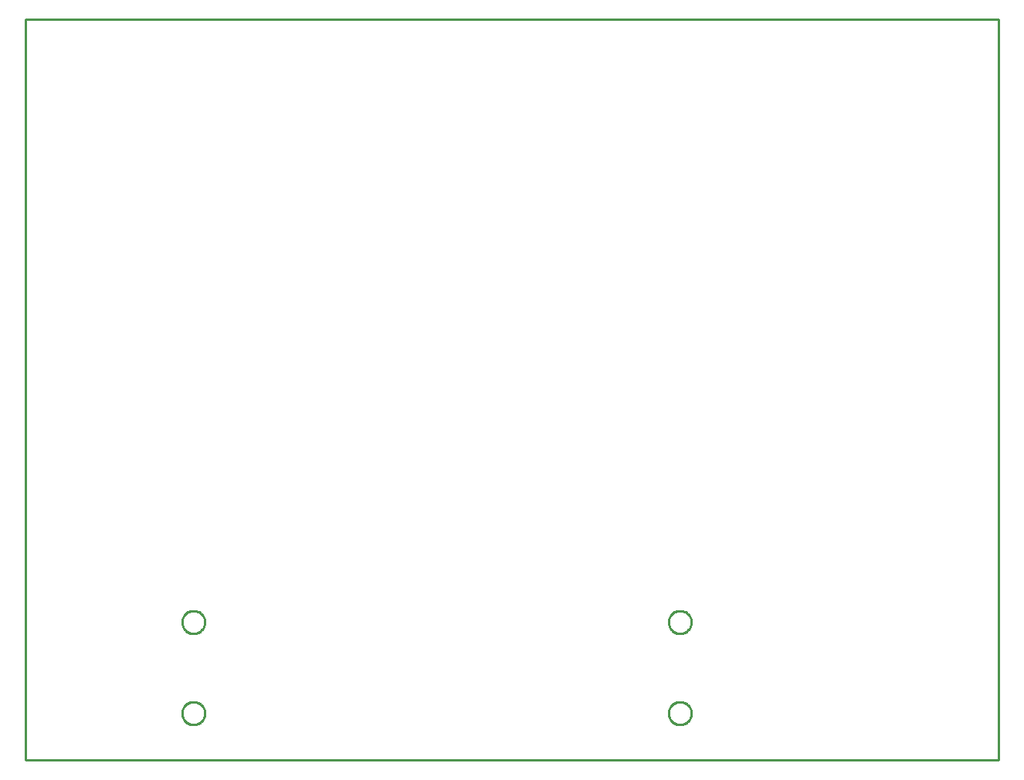
<source format=gbr>
G04 EAGLE Gerber RS-274X export*
G75*
%MOMM*%
%FSLAX34Y34*%
%LPD*%
%IN*%
%IPPOS*%
%AMOC8*
5,1,8,0,0,1.08239X$1,22.5*%
G01*
%ADD10C,0.254000*%


D10*
X0Y0D02*
X1066800Y0D01*
X1066800Y812800D01*
X0Y812800D01*
X0Y0D01*
X184491Y64100D02*
X185470Y64023D01*
X186441Y63869D01*
X187396Y63640D01*
X188330Y63336D01*
X189237Y62961D01*
X190112Y62515D01*
X190950Y62001D01*
X191745Y61424D01*
X192492Y60786D01*
X193186Y60092D01*
X193824Y59345D01*
X194401Y58550D01*
X194915Y57712D01*
X195361Y56837D01*
X195736Y55930D01*
X196040Y54996D01*
X196269Y54041D01*
X196423Y53070D01*
X196500Y52091D01*
X196500Y51109D01*
X196423Y50130D01*
X196269Y49160D01*
X196040Y48204D01*
X195736Y47270D01*
X195361Y46363D01*
X194915Y45488D01*
X194401Y44650D01*
X193824Y43855D01*
X193186Y43108D01*
X192492Y42414D01*
X191745Y41776D01*
X190950Y41199D01*
X190112Y40685D01*
X189237Y40239D01*
X188330Y39864D01*
X187396Y39560D01*
X186441Y39331D01*
X185470Y39177D01*
X184491Y39100D01*
X183509Y39100D01*
X182530Y39177D01*
X181560Y39331D01*
X180604Y39560D01*
X179670Y39864D01*
X178763Y40239D01*
X177888Y40685D01*
X177050Y41199D01*
X176255Y41776D01*
X175508Y42414D01*
X174814Y43108D01*
X174176Y43855D01*
X173599Y44650D01*
X173085Y45488D01*
X172639Y46363D01*
X172264Y47270D01*
X171960Y48204D01*
X171731Y49160D01*
X171577Y50130D01*
X171500Y51109D01*
X171500Y52091D01*
X171577Y53070D01*
X171731Y54041D01*
X171960Y54996D01*
X172264Y55930D01*
X172639Y56837D01*
X173085Y57712D01*
X173599Y58550D01*
X174176Y59345D01*
X174814Y60092D01*
X175508Y60786D01*
X176255Y61424D01*
X177050Y62001D01*
X177888Y62515D01*
X178763Y62961D01*
X179670Y63336D01*
X180604Y63640D01*
X181560Y63869D01*
X182530Y64023D01*
X183509Y64100D01*
X184491Y64100D01*
X184491Y164100D02*
X185470Y164023D01*
X186441Y163869D01*
X187396Y163640D01*
X188330Y163336D01*
X189237Y162961D01*
X190112Y162515D01*
X190950Y162001D01*
X191745Y161424D01*
X192492Y160786D01*
X193186Y160092D01*
X193824Y159345D01*
X194401Y158550D01*
X194915Y157712D01*
X195361Y156837D01*
X195736Y155930D01*
X196040Y154996D01*
X196269Y154041D01*
X196423Y153070D01*
X196500Y152091D01*
X196500Y151109D01*
X196423Y150130D01*
X196269Y149160D01*
X196040Y148204D01*
X195736Y147270D01*
X195361Y146363D01*
X194915Y145488D01*
X194401Y144650D01*
X193824Y143855D01*
X193186Y143108D01*
X192492Y142414D01*
X191745Y141776D01*
X190950Y141199D01*
X190112Y140685D01*
X189237Y140239D01*
X188330Y139864D01*
X187396Y139560D01*
X186441Y139331D01*
X185470Y139177D01*
X184491Y139100D01*
X183509Y139100D01*
X182530Y139177D01*
X181560Y139331D01*
X180604Y139560D01*
X179670Y139864D01*
X178763Y140239D01*
X177888Y140685D01*
X177050Y141199D01*
X176255Y141776D01*
X175508Y142414D01*
X174814Y143108D01*
X174176Y143855D01*
X173599Y144650D01*
X173085Y145488D01*
X172639Y146363D01*
X172264Y147270D01*
X171960Y148204D01*
X171731Y149160D01*
X171577Y150130D01*
X171500Y151109D01*
X171500Y152091D01*
X171577Y153070D01*
X171731Y154041D01*
X171960Y154996D01*
X172264Y155930D01*
X172639Y156837D01*
X173085Y157712D01*
X173599Y158550D01*
X174176Y159345D01*
X174814Y160092D01*
X175508Y160786D01*
X176255Y161424D01*
X177050Y162001D01*
X177888Y162515D01*
X178763Y162961D01*
X179670Y163336D01*
X180604Y163640D01*
X181560Y163869D01*
X182530Y164023D01*
X183509Y164100D01*
X184491Y164100D01*
X717891Y64100D02*
X718870Y64023D01*
X719841Y63869D01*
X720796Y63640D01*
X721730Y63336D01*
X722637Y62961D01*
X723512Y62515D01*
X724350Y62001D01*
X725145Y61424D01*
X725892Y60786D01*
X726586Y60092D01*
X727224Y59345D01*
X727801Y58550D01*
X728315Y57712D01*
X728761Y56837D01*
X729136Y55930D01*
X729440Y54996D01*
X729669Y54041D01*
X729823Y53070D01*
X729900Y52091D01*
X729900Y51109D01*
X729823Y50130D01*
X729669Y49160D01*
X729440Y48204D01*
X729136Y47270D01*
X728761Y46363D01*
X728315Y45488D01*
X727801Y44650D01*
X727224Y43855D01*
X726586Y43108D01*
X725892Y42414D01*
X725145Y41776D01*
X724350Y41199D01*
X723512Y40685D01*
X722637Y40239D01*
X721730Y39864D01*
X720796Y39560D01*
X719841Y39331D01*
X718870Y39177D01*
X717891Y39100D01*
X716909Y39100D01*
X715930Y39177D01*
X714960Y39331D01*
X714004Y39560D01*
X713070Y39864D01*
X712163Y40239D01*
X711288Y40685D01*
X710450Y41199D01*
X709655Y41776D01*
X708908Y42414D01*
X708214Y43108D01*
X707576Y43855D01*
X706999Y44650D01*
X706485Y45488D01*
X706039Y46363D01*
X705664Y47270D01*
X705360Y48204D01*
X705131Y49160D01*
X704977Y50130D01*
X704900Y51109D01*
X704900Y52091D01*
X704977Y53070D01*
X705131Y54041D01*
X705360Y54996D01*
X705664Y55930D01*
X706039Y56837D01*
X706485Y57712D01*
X706999Y58550D01*
X707576Y59345D01*
X708214Y60092D01*
X708908Y60786D01*
X709655Y61424D01*
X710450Y62001D01*
X711288Y62515D01*
X712163Y62961D01*
X713070Y63336D01*
X714004Y63640D01*
X714960Y63869D01*
X715930Y64023D01*
X716909Y64100D01*
X717891Y64100D01*
X717891Y164100D02*
X718870Y164023D01*
X719841Y163869D01*
X720796Y163640D01*
X721730Y163336D01*
X722637Y162961D01*
X723512Y162515D01*
X724350Y162001D01*
X725145Y161424D01*
X725892Y160786D01*
X726586Y160092D01*
X727224Y159345D01*
X727801Y158550D01*
X728315Y157712D01*
X728761Y156837D01*
X729136Y155930D01*
X729440Y154996D01*
X729669Y154041D01*
X729823Y153070D01*
X729900Y152091D01*
X729900Y151109D01*
X729823Y150130D01*
X729669Y149160D01*
X729440Y148204D01*
X729136Y147270D01*
X728761Y146363D01*
X728315Y145488D01*
X727801Y144650D01*
X727224Y143855D01*
X726586Y143108D01*
X725892Y142414D01*
X725145Y141776D01*
X724350Y141199D01*
X723512Y140685D01*
X722637Y140239D01*
X721730Y139864D01*
X720796Y139560D01*
X719841Y139331D01*
X718870Y139177D01*
X717891Y139100D01*
X716909Y139100D01*
X715930Y139177D01*
X714960Y139331D01*
X714004Y139560D01*
X713070Y139864D01*
X712163Y140239D01*
X711288Y140685D01*
X710450Y141199D01*
X709655Y141776D01*
X708908Y142414D01*
X708214Y143108D01*
X707576Y143855D01*
X706999Y144650D01*
X706485Y145488D01*
X706039Y146363D01*
X705664Y147270D01*
X705360Y148204D01*
X705131Y149160D01*
X704977Y150130D01*
X704900Y151109D01*
X704900Y152091D01*
X704977Y153070D01*
X705131Y154041D01*
X705360Y154996D01*
X705664Y155930D01*
X706039Y156837D01*
X706485Y157712D01*
X706999Y158550D01*
X707576Y159345D01*
X708214Y160092D01*
X708908Y160786D01*
X709655Y161424D01*
X710450Y162001D01*
X711288Y162515D01*
X712163Y162961D01*
X713070Y163336D01*
X714004Y163640D01*
X714960Y163869D01*
X715930Y164023D01*
X716909Y164100D01*
X717891Y164100D01*
M02*

</source>
